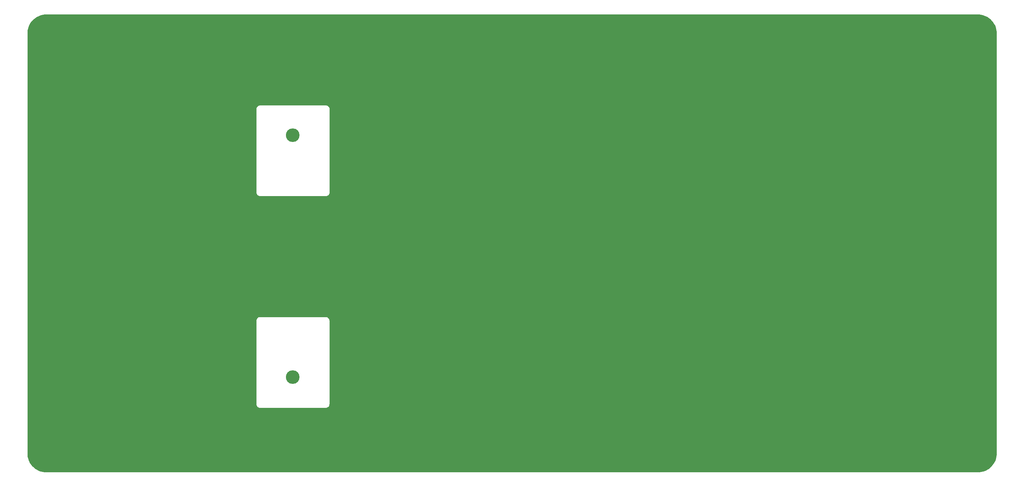
<source format=gbr>
%TF.GenerationSoftware,KiCad,Pcbnew,7.0.10*%
%TF.CreationDate,2024-05-11T12:39:29+02:00*%
%TF.ProjectId,Forte_PA_Deck,466f7274-655f-4504-915f-4465636b2e6b,1.0*%
%TF.SameCoordinates,Original*%
%TF.FileFunction,Soldermask,Bot*%
%TF.FilePolarity,Negative*%
%FSLAX46Y46*%
G04 Gerber Fmt 4.6, Leading zero omitted, Abs format (unit mm)*
G04 Created by KiCad (PCBNEW 7.0.10) date 2024-05-11 12:39:29*
%MOMM*%
%LPD*%
G01*
G04 APERTURE LIST*
%ADD10C,5.100000*%
%ADD11C,5.075000*%
%ADD12C,4.000000*%
%ADD13O,1.600000X1.600000*%
%ADD14O,3.600000X3.600000*%
%ADD15O,2.500000X4.500000*%
G04 APERTURE END LIST*
D10*
X273550000Y-147000000D02*
G75*
G03*
X268450000Y-147000000I-2550000J0D01*
G01*
X268450000Y-147000000D02*
G75*
G03*
X273550000Y-147000000I2550000J0D01*
G01*
X168550000Y-41000000D02*
G75*
G03*
X163450000Y-41000000I-2550000J0D01*
G01*
X163450000Y-41000000D02*
G75*
G03*
X168550000Y-41000000I2550000J0D01*
G01*
D11*
X97537500Y-95750000D02*
G75*
G03*
X92462500Y-95750000I-2537500J0D01*
G01*
X92462500Y-95750000D02*
G75*
G03*
X97537500Y-95750000I2537500J0D01*
G01*
D10*
X273550000Y-41000000D02*
G75*
G03*
X268450000Y-41000000I-2550000J0D01*
G01*
X268450000Y-41000000D02*
G75*
G03*
X273550000Y-41000000I2550000J0D01*
G01*
X33550000Y-41000000D02*
G75*
G03*
X28450000Y-41000000I-2550000J0D01*
G01*
X28450000Y-41000000D02*
G75*
G03*
X33550000Y-41000000I2550000J0D01*
G01*
X33550000Y-147000000D02*
G75*
G03*
X28450000Y-147000000I-2550000J0D01*
G01*
X28450000Y-147000000D02*
G75*
G03*
X33550000Y-147000000I2550000J0D01*
G01*
X168550000Y-147000000D02*
G75*
G03*
X163450000Y-147000000I-2550000J0D01*
G01*
X163450000Y-147000000D02*
G75*
G03*
X168550000Y-147000000I2550000J0D01*
G01*
D11*
X201537500Y-96000000D02*
G75*
G03*
X196462500Y-96000000I-2537500J0D01*
G01*
X196462500Y-96000000D02*
G75*
G03*
X201537500Y-96000000I2537500J0D01*
G01*
D12*
%TO.C,J4*%
X256790000Y-128000000D03*
X256790000Y-138800000D03*
X262000000Y-128000000D03*
X262000000Y-138800000D03*
X267210000Y-128000000D03*
X267210000Y-138800000D03*
%TD*%
D13*
%TO.C,TH1*%
X94750000Y-54000000D03*
%TD*%
%TO.C,TH3*%
X81750000Y-117440000D03*
%TD*%
D14*
%TO.C,Q2*%
X94050000Y-127860000D03*
D15*
X94050000Y-108000000D03*
%TD*%
D14*
%TO.C,Q1*%
X94050000Y-63940000D03*
D15*
X94050000Y-83800000D03*
%TD*%
D13*
%TO.C,TH2*%
X81800000Y-74560000D03*
%TD*%
G36*
X275002703Y-32000118D02*
G01*
X275430372Y-32018790D01*
X275441148Y-32019733D01*
X275862866Y-32075253D01*
X275873520Y-32077131D01*
X276288814Y-32169200D01*
X276299262Y-32172000D01*
X276704936Y-32299908D01*
X276715102Y-32303608D01*
X277108092Y-32466390D01*
X277117896Y-32470962D01*
X277495201Y-32667374D01*
X277504569Y-32672783D01*
X277863311Y-32901328D01*
X277872172Y-32907532D01*
X278209645Y-33166484D01*
X278217932Y-33173438D01*
X278531542Y-33460808D01*
X278539191Y-33468457D01*
X278826561Y-33782067D01*
X278833515Y-33790354D01*
X279092467Y-34127827D01*
X279098671Y-34136688D01*
X279327216Y-34495430D01*
X279332625Y-34504798D01*
X279529037Y-34882103D01*
X279533609Y-34891907D01*
X279696391Y-35284897D01*
X279700091Y-35295063D01*
X279827999Y-35700737D01*
X279830799Y-35711185D01*
X279922868Y-36126479D01*
X279924746Y-36137133D01*
X279980266Y-36558851D01*
X279981209Y-36569627D01*
X279999882Y-36997297D01*
X280000000Y-37002706D01*
X280000000Y-147997293D01*
X279999882Y-148002702D01*
X279981209Y-148430372D01*
X279980266Y-148441148D01*
X279924746Y-148862866D01*
X279922868Y-148873520D01*
X279830799Y-149288814D01*
X279827999Y-149299262D01*
X279700091Y-149704936D01*
X279696391Y-149715102D01*
X279533609Y-150108092D01*
X279529037Y-150117896D01*
X279332625Y-150495201D01*
X279327216Y-150504569D01*
X279098671Y-150863311D01*
X279092467Y-150872172D01*
X278833515Y-151209645D01*
X278826561Y-151217932D01*
X278539191Y-151531542D01*
X278531542Y-151539191D01*
X278217932Y-151826561D01*
X278209645Y-151833515D01*
X277872172Y-152092467D01*
X277863311Y-152098671D01*
X277504569Y-152327216D01*
X277495201Y-152332625D01*
X277117896Y-152529037D01*
X277108092Y-152533609D01*
X276715102Y-152696391D01*
X276704936Y-152700091D01*
X276299262Y-152827999D01*
X276288814Y-152830799D01*
X275873520Y-152922868D01*
X275862866Y-152924746D01*
X275441148Y-152980266D01*
X275430372Y-152981209D01*
X275002703Y-152999882D01*
X274997294Y-153000000D01*
X29002706Y-153000000D01*
X28997297Y-152999882D01*
X28569627Y-152981209D01*
X28558851Y-152980266D01*
X28137133Y-152924746D01*
X28126479Y-152922868D01*
X27711185Y-152830799D01*
X27700737Y-152827999D01*
X27295063Y-152700091D01*
X27284897Y-152696391D01*
X26891907Y-152533609D01*
X26882103Y-152529037D01*
X26504798Y-152332625D01*
X26495430Y-152327216D01*
X26136688Y-152098671D01*
X26127827Y-152092467D01*
X25790354Y-151833515D01*
X25782067Y-151826561D01*
X25468457Y-151539191D01*
X25460808Y-151531542D01*
X25173438Y-151217932D01*
X25166484Y-151209645D01*
X24907532Y-150872172D01*
X24901328Y-150863311D01*
X24672783Y-150504569D01*
X24667374Y-150495201D01*
X24470962Y-150117896D01*
X24466390Y-150108092D01*
X24303608Y-149715102D01*
X24299908Y-149704936D01*
X24172000Y-149299262D01*
X24169200Y-149288814D01*
X24077131Y-148873520D01*
X24075253Y-148862866D01*
X24019733Y-148441148D01*
X24018790Y-148430372D01*
X24000118Y-148002702D01*
X24000000Y-147997293D01*
X24000000Y-134949996D01*
X84478553Y-134949996D01*
X84497766Y-135145092D01*
X84554671Y-135332687D01*
X84647077Y-135505574D01*
X84647084Y-135505586D01*
X84771440Y-135657121D01*
X84771441Y-135657122D01*
X84922973Y-135781488D01*
X84922978Y-135781491D01*
X85095870Y-135873910D01*
X85283461Y-135930823D01*
X85478547Y-135949999D01*
X85478562Y-135950000D01*
X102771436Y-135950000D01*
X102771462Y-135949998D01*
X102966528Y-135930777D01*
X102966533Y-135930776D01*
X103154110Y-135873867D01*
X103326994Y-135781453D01*
X103478524Y-135657090D01*
X103478525Y-135657089D01*
X103602876Y-135505560D01*
X103602881Y-135505552D01*
X103695284Y-135332673D01*
X103752185Y-135145085D01*
X103771446Y-134950001D01*
X103771446Y-112950003D01*
X103752231Y-112754912D01*
X103695325Y-112567329D01*
X103695323Y-112567323D01*
X103602913Y-112394443D01*
X103478548Y-112242911D01*
X103327013Y-112118558D01*
X103327003Y-112118551D01*
X103154131Y-112026157D01*
X103154125Y-112026155D01*
X102966534Y-111969258D01*
X102966525Y-111969256D01*
X102771451Y-111950000D01*
X85478563Y-111950000D01*
X85478536Y-111950001D01*
X85283470Y-111969222D01*
X85283465Y-111969223D01*
X85095887Y-112026132D01*
X85095881Y-112026134D01*
X84923008Y-112118544D01*
X84923004Y-112118546D01*
X84771478Y-112242908D01*
X84647120Y-112394445D01*
X84647118Y-112394447D01*
X84554715Y-112567326D01*
X84497814Y-112754913D01*
X84478553Y-112949998D01*
X84478553Y-134949996D01*
X24000000Y-134949996D01*
X24000000Y-78999996D01*
X84500000Y-78999996D01*
X84519214Y-79195088D01*
X84576122Y-79382687D01*
X84576123Y-79382690D01*
X84668526Y-79555564D01*
X84668531Y-79555571D01*
X84792892Y-79707107D01*
X84944428Y-79831468D01*
X84944435Y-79831473D01*
X85117309Y-79923876D01*
X85117312Y-79923877D01*
X85304913Y-79980785D01*
X85304909Y-79980785D01*
X85500003Y-80000000D01*
X102792890Y-80000000D01*
X102987982Y-79980786D01*
X103175575Y-79923883D01*
X103175579Y-79923881D01*
X103348465Y-79831473D01*
X103348468Y-79831471D01*
X103500004Y-79707109D01*
X103624365Y-79555575D01*
X103716777Y-79382687D01*
X103773685Y-79195088D01*
X103792893Y-78999998D01*
X103792893Y-57000003D01*
X103773678Y-56804909D01*
X103773677Y-56804907D01*
X103716771Y-56617316D01*
X103624365Y-56444436D01*
X103624364Y-56444435D01*
X103499995Y-56292893D01*
X103348466Y-56168536D01*
X103175575Y-56076125D01*
X102987986Y-56019221D01*
X102792887Y-56000000D01*
X85500003Y-56000000D01*
X85304911Y-56019214D01*
X85117312Y-56076122D01*
X85117309Y-56076123D01*
X84944435Y-56168526D01*
X84944428Y-56168531D01*
X84792892Y-56292892D01*
X84668531Y-56444428D01*
X84668526Y-56444435D01*
X84576123Y-56617309D01*
X84576122Y-56617312D01*
X84519214Y-56804911D01*
X84500000Y-57000003D01*
X84500000Y-78999996D01*
X24000000Y-78999996D01*
X24000000Y-37002706D01*
X24000118Y-36997297D01*
X24018790Y-36569627D01*
X24019733Y-36558851D01*
X24075253Y-36137133D01*
X24077131Y-36126479D01*
X24169200Y-35711185D01*
X24172000Y-35700737D01*
X24299908Y-35295063D01*
X24303608Y-35284897D01*
X24466390Y-34891907D01*
X24470962Y-34882103D01*
X24667374Y-34504798D01*
X24672783Y-34495430D01*
X24901328Y-34136688D01*
X24907532Y-34127827D01*
X25166484Y-33790354D01*
X25173438Y-33782067D01*
X25460808Y-33468457D01*
X25468457Y-33460808D01*
X25782067Y-33173438D01*
X25790354Y-33166484D01*
X26127827Y-32907532D01*
X26136688Y-32901328D01*
X26495430Y-32672783D01*
X26504798Y-32667374D01*
X26882103Y-32470962D01*
X26891907Y-32466390D01*
X27284897Y-32303608D01*
X27295063Y-32299908D01*
X27700737Y-32172000D01*
X27711185Y-32169200D01*
X28126479Y-32077131D01*
X28137133Y-32075253D01*
X28558851Y-32019733D01*
X28569627Y-32018790D01*
X28997297Y-32000118D01*
X29002706Y-32000000D01*
X274997294Y-32000000D01*
X275002703Y-32000118D01*
G37*
M02*

</source>
